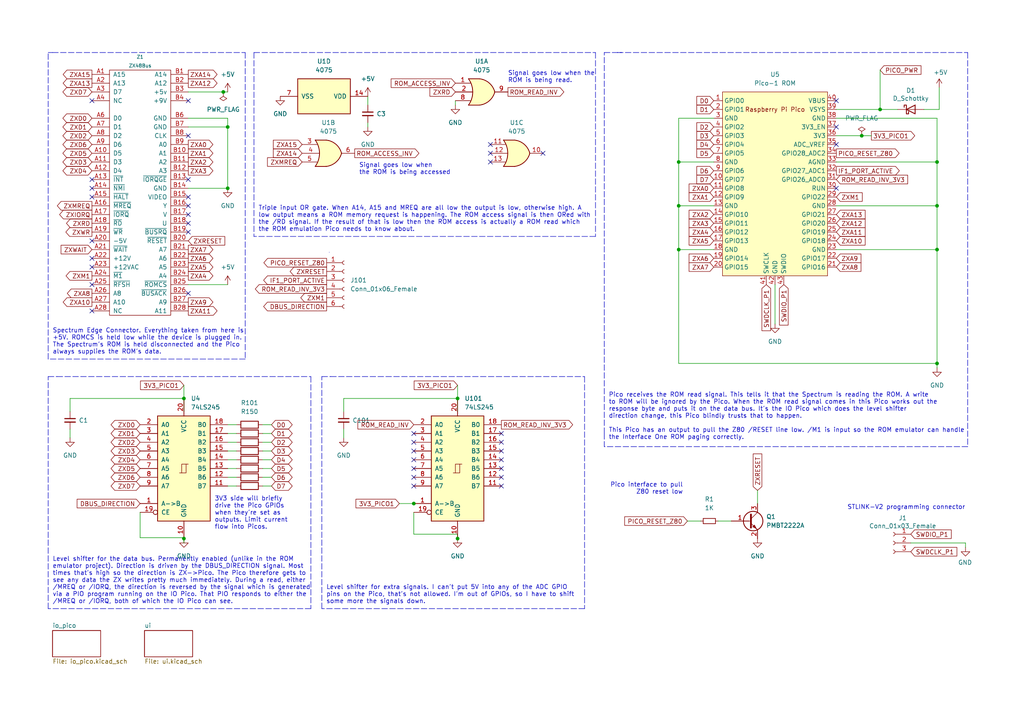
<source format=kicad_sch>
(kicad_sch (version 20211123) (generator eeschema)
  (paper "A4")
  (title_block (title "Pico Interface One") (date "2023-04-18") (rev "v1.4WIP"))
  (lib_symbols
    (symbol "2222 SMD:PMBT2222A" (pin_names (offset 0) hide)
      (property "Reference" "Q" (at 5.08 1.905 0))
      (property "Value" "PMBT2222A" (at 5.08 0 0))
      (symbol "PMBT2222A_0_1"
        (polyline (pts (xy 0 0) (xy 0.635 0)))
        (polyline (pts (xy 2.54 -2.54) (xy 0.635 -0.635)))
        (polyline (pts (xy 2.54 2.54) (xy 0.635 0.635)))
        (polyline (pts (xy 0.635 1.905) (xy 0.635 -1.905) (xy 0.635 -1.905)) (stroke (width 0.508)))
        (polyline (pts (xy 2.413 -2.413) (xy 1.905 -1.905) (xy 1.905 -1.905)))
        (polyline (pts (xy 1.143 -1.651) (xy 1.651 -1.143) (xy 2.159 -2.159) (xy 1.143 -1.651) (xy 1.143 -1.651)) (fill (type outline)))
        (circle (center 1.27 0) (radius 2.8194) (stroke (width 0.254)))
      )
      (symbol "PMBT2222A_1_1"
        (pin input line (at -5.08 0 0) (length 5.08) (name "B") (number "1"))
        (pin passive line (at 2.54 -5.08 90) (length 2.54) (name "E") (number "2"))
        (pin passive line (at 2.54 5.08 270) (length 2.54) (name "C") (number "3"))
      )
    )
    (symbol "4xxx:4075" (pin_names (offset 1.016))
      (property "Reference" "U" (at 0 1.27 0))
      (property "Value" "4075" (at 0 -1.27 0))
      (symbol "4075_1_1"
        (arc (start -3.81 -3.81) (mid -2.589 0) (end -3.81 3.81) (stroke (width 0.254)))
        (arc (start -0.6096 -3.81) (mid 2.1842 -2.5851) (end 3.81 0) (stroke (width 0.254)) (fill (type background)))
        (polyline (pts (xy -3.81 -3.81) (xy -0.635 -3.81)) (stroke (width 0.254)) (fill (type background)))
        (polyline (pts (xy -3.81 3.81) (xy -0.635 3.81)) (stroke (width 0.254)) (fill (type background)))
        (polyline (pts (xy -0.635 3.81) (xy -3.81 3.81) (xy -3.81 3.81) (xy -3.556 3.4036) (xy -3.0226 2.2606) (xy -2.6924 1.0414) (xy -2.6162 -0.254) (xy -2.7686 -1.4986) (xy -3.175 -2.7178) (xy -3.81 -3.81) (xy -3.81 -3.81) (xy -0.635 -3.81)) (stroke (width -25.4)) (fill (type background)))
        (arc (start 3.81 0) (mid 2.1915 2.5936) (end -0.6096 3.81) (stroke (width 0.254)) (fill (type background)))
        (pin input line (at -7.62 2.54 0) (length 4.318) (name "~") (number "1"))
        (pin input line (at -7.62 0 0) (length 4.953) (name "~") (number "2"))
        (pin input line (at -7.62 -2.54 0) (length 4.318) (name "~") (number "8"))
        (pin output line (at 7.62 0 180) (length 3.81) (name "~") (number "9"))
      )
      (symbol "4075_1_2"
        (arc (start 0 -3.81) (mid 3.81 0) (end 0 3.81) (stroke (width 0.254)) (fill (type background)))
        (polyline (pts (xy 0 3.81) (xy -3.81 3.81) (xy -3.81 -3.81) (xy 0 -3.81)) (stroke (width 0.254)) (fill (type background)))
        (pin input inverted (at -7.62 2.54 0) (length 3.81) (name "~") (number "1"))
        (pin input inverted (at -7.62 0 0) (length 3.81) (name "~") (number "2"))
        (pin input inverted (at -7.62 -2.54 0) (length 3.81) (name "~") (number "8"))
        (pin output inverted (at 7.62 0 180) (length 3.81) (name "~") (number "9"))
      )
      (symbol "4075_2_1"
        (arc (start -3.81 -3.81) (mid -2.589 0) (end -3.81 3.81) (stroke (width 0.254)))
        (arc (start -0.6096 -3.81) (mid 2.1842 -2.5851) (end 3.81 0) (stroke (width 0.254)) (fill (type background)))
        (polyline (pts (xy -3.81 -3.81) (xy -0.635 -3.81)) (stroke (width 0.254)) (fill (type background)))
        (polyline (pts (xy -3.81 3.81) (xy -0.635 3.81)) (stroke (width 0.254)) (fill (type background)))
        (polyline (pts (xy -0.635 3.81) (xy -3.81 3.81) (xy -3.81 3.81) (xy -3.556 3.4036) (xy -3.0226 2.2606) (xy -2.6924 1.0414) (xy -2.6162 -0.254) (xy -2.7686 -1.4986) (xy -3.175 -2.7178) (xy -3.81 -3.81) (xy -3.81 -3.81) (xy -0.635 -3.81)) (stroke (width -25.4)) (fill (type background)))
        (arc (start 3.81 0) (mid 2.1915 2.5936) (end -0.6096 3.81) (stroke (width 0.254)) (fill (type background)))
        (pin input line (at -7.62 2.54 0) (length 4.318) (name "~") (number "3"))
        (pin input line (at -7.62 0 0) (length 4.953) (name "~") (number "4"))
        (pin input line (at -7.62 -2.54 0) (length 4.318) (name "~") (number "5"))
        (pin output line (at 7.62 0 180) (length 3.81) (name "~") (number "6"))
      )
      (symbol "4075_2_2"
        (arc (start 0 -3.81) (mid 3.81 0) (end 0 3.81) (stroke (width 0.254)) (fill (type background)))
        (polyline (pts (xy 0 3.81) (xy -3.81 3.81) (xy -3.81 -3.81) (xy 0 -3.81)) (stroke (width 0.254)) (fill (type background)))
        (pin input inverted (at -7.62 2.54 0) (length 3.81) (name "~") (number "3"))
        (pin input inverted (at -7.62 0 0) (length 3.81) (name "~") (number "4"))
        (pin input inverted (at -7.62 -2.54 0) (length 3.81) (name "~") (number "5"))
        (pin output inverted (at 7.62 0 180) (length 3.81) (name "~") (number "6"))
      )
      (symbol "4075_3_1"
        (arc (start -3.81 -3.81) (mid -2.589 0) (end -3.81 3.81) (stroke (width 0.254)))
        (arc (start -0.6096 -3.81) (mid 2.1842 -2.5851) (end 3.81 0) (stroke (width 0.254)) (fill (type background)))
        (polyline (pts (xy -3.81 -3.81) (xy -0.635 -3.81)) (stroke (width 0.254)) (fill (type background)))
        (polyline (pts (xy -3.81 3.81) (xy -0.635 3.81)) (stroke (width 0.254)) (fill (type background)))
        (polyline (pts (xy -0.635 3.81) (xy -3.81 3.81) (xy -3.81 3.81) (xy -3.556 3.4036) (xy -3.0226 2.2606) (xy -2.6924 1.0414) (xy -2.6162 -0.254) (xy -2.7686 -1.4986) (xy -3.175 -2.7178) (xy -3.81 -3.81) (xy -3.81 -3.81) (xy -0.635 -3.81)) (stroke (width -25.4)) (fill (type background)))
        (arc (start 3.81 0) (mid 2.1915 2.5936) (end -0.6096 3.81) (stroke (width 0.254)) (fill (type background)))
        (pin output line (at 7.62 0 180) (length 3.81) (name "~") (number "10"))
        (pin input line (at -7.62 2.54 0) (length 4.318) (name "~") (number "11"))
        (pin input line (at -7.62 0 0) (length 4.953) (name "~") (number "12"))
        (pin input line (at -7.62 -2.54 0) (length 4.318) (name "~") (number "13"))
      )
      (symbol "4075_3_2"
        (arc (start 0 -3.81) (mid 3.81 0) (end 0 3.81) (stroke (width 0.254)) (fill (type background)))
        (polyline (pts (xy 0 3.81) (xy -3.81 3.81) (xy -3.81 -3.81) (xy 0 -3.81)) (stroke (width 0.254)) (fill (type background)))
        (pin output inverted (at 7.62 0 180) (length 3.81) (name "~") (number "10"))
        (pin input inverted (at -7.62 2.54 0) (length 3.81) (name "~") (number "11"))
        (pin input inverted (at -7.62 0 0) (length 3.81) (name "~") (number "12"))
        (pin input inverted (at -7.62 -2.54 0) (length 3.81) (name "~") (number "13"))
      )
      (symbol "4075_4_0"
        (pin power_in line (at 0 12.7 270) (length 5.08) (name "VDD") (number "14"))
        (pin power_in line (at 0 -12.7 90) (length 5.08) (name "VSS") (number "7"))
      )
      (symbol "4075_4_1"
        (rectangle (start -5.08 7.62) (end 5.08 -7.62) (stroke (width 0.254)) (fill (type background)))
      )
    )
    (symbol "74xx:74LS245" (pin_names (offset 1.016))
      (property "Reference" "U" (at -7.62 16.51 0))
      (property "Value" "74LS245" (at -7.62 -16.51 0))
      (symbol "74LS245_1_0"
        (polyline (pts (xy -0.635 -1.27) (xy -0.635 1.27) (xy 0.635 1.27)))
        (polyline (pts (xy -1.27 -1.27) (xy 0.635 -1.27) (xy 0.635 1.27) (xy 1.27 1.27)))
        (pin input line (at -12.7 -10.16 0) (length 5.08) (name "A->B") (number "1"))
        (pin power_in line (at 0 -20.32 90) (length 5.08) (name "GND") (number "10"))
        (pin tri_state line (at 12.7 -5.08 180) (length 5.08) (name "B7") (number "11"))
        (pin tri_state line (at 12.7 -2.54 180) (length 5.08) (name "B6") (number "12"))
        (pin tri_state line (at 12.7 0 180) (length 5.08) (name "B5") (number "13"))
        (pin tri_state line (at 12.7 2.54 180) (length 5.08) (name "B4") (number "14"))
        (pin tri_state line (at 12.7 5.08 180) (length 5.08) (name "B3") (number "15"))
        (pin tri_state line (at 12.7 7.62 180) (length 5.08) (name "B2") (number "16"))
        (pin tri_state line (at 12.7 10.16 180) (length 5.08) (name "B1") (number "17"))
        (pin tri_state line (at 12.7 12.7 180) (length 5.08) (name "B0") (number "18"))
        (pin input inverted (at -12.7 -12.7 0) (length 5.08) (name "CE") (number "19"))
        (pin tri_state line (at -12.7 12.7 0) (length 5.08) (name "A0") (number "2"))
        (pin power_in line (at 0 20.32 270) (length 5.08) (name "VCC") (number "20"))
        (pin tri_state line (at -12.7 10.16 0) (length 5.08) (name "A1") (number "3"))
        (pin tri_state line (at -12.7 7.62 0) (length 5.08) (name "A2") (number "4"))
        (pin tri_state line (at -12.7 5.08 0) (length 5.08) (name "A3") (number "5"))
        (pin tri_state line (at -12.7 2.54 0) (length 5.08) (name "A4") (number "6"))
        (pin tri_state line (at -12.7 0 0) (length 5.08) (name "A5") (number "7"))
        (pin tri_state line (at -12.7 -2.54 0) (length 5.08) (name "A6") (number "8"))
        (pin tri_state line (at -12.7 -5.08 0) (length 5.08) (name "A7") (number "9"))
      )
      (symbol "74LS245_1_1"
        (rectangle (start -7.62 15.24) (end 7.62 -15.24) (stroke (width 0.254)) (fill (type background)))
      )
    )
    (symbol "Connector:Conn_01x03_Female" (pin_names (offset 1.016) hide)
      (property "Reference" "J" (at 0 5.08 0))
      (property "Value" "Conn_01x03_Female" (at 0 -5.08 0))
      (symbol "Conn_01x03_Female_1_1"
        (arc (start 0 -2.032) (mid -0.508 -2.54) (end 0 -3.048) (stroke (width 0.1524)))
        (polyline (pts (xy -1.27 -2.54) (xy -0.508 -2.54)) (stroke (width 0.1524)))
        (polyline (pts (xy -1.27 0) (xy -0.508 0)) (stroke (width 0.1524)))
        (polyline (pts (xy -1.27 2.54) (xy -0.508 2.54)) (stroke (width 0.1524)))
        (arc (start 0 0.508) (mid -0.508 0) (end 0 -0.508) (stroke (width 0.1524)))
        (arc (start 0 3.048) (mid -0.508 2.54) (end 0 2.032) (stroke (width 0.1524)))
        (pin passive line (at -5.08 2.54 0) (length 3.81) (name "Pin_1") (number "1"))
        (pin passive line (at -5.08 0 0) (length 3.81) (name "Pin_2") (number "2"))
        (pin passive line (at -5.08 -2.54 0) (length 3.81) (name "Pin_3") (number "3"))
      )
    )
    (symbol "Connector:Conn_01x06_Female" (pin_names (offset 1.016) hide)
      (property "Reference" "J" (at 0 7.62 0))
      (property "Value" "Conn_01x06_Female" (at 0 -10.16 0))
      (symbol "Conn_01x06_Female_1_1"
        (arc (start 0 -7.112) (mid -0.508 -7.62) (end 0 -8.128) (stroke (width 0.1524)))
        (arc (start 0 -4.572) (mid -0.508 -5.08) (end 0 -5.588) (stroke (width 0.1524)))
        (arc (start 0 -2.032) (mid -0.508 -2.54) (end 0 -3.048) (stroke (width 0.1524)))
        (polyline (pts (xy -1.27 -7.62) (xy -0.508 -7.62)) (stroke (width 0.1524)))
        (polyline (pts (xy -1.27 -5.08) (xy -0.508 -5.08)) (stroke (width 0.1524)))
        (polyline (pts (xy -1.27 -2.54) (xy -0.508 -2.54)) (stroke (width 0.1524)))
        (polyline (pts (xy -1.27 0) (xy -0.508 0)) (stroke (width 0.1524)))
        (polyline (pts (xy -1.27 2.54) (xy -0.508 2.54)) (stroke (width 0.1524)))
        (polyline (pts (xy -1.27 5.08) (xy -0.508 5.08)) (stroke (width 0.1524)))
        (arc (start 0 0.508) (mid -0.508 0) (end 0 -0.508) (stroke (width 0.1524)))
        (arc (start 0 3.048) (mid -0.508 2.54) (end 0 2.032) (stroke (width 0.1524)))
        (arc (start 0 5.588) (mid -0.508 5.08) (end 0 4.572) (stroke (width 0.1524)))
        (pin passive line (at -5.08 5.08 0) (length 3.81) (name "Pin_1") (number "1"))
        (pin passive line (at -5.08 2.54 0) (length 3.81) (name "Pin_2") (number "2"))
        (pin passive line (at -5.08 0 0) (length 3.81) (name "Pin_3") (number "3"))
        (pin passive line (at -5.08 -2.54 0) (length 3.81) (name "Pin_4") (number "4"))
        (pin passive line (at -5.08 -5.08 0) (length 3.81) (name "Pin_5") (number "5"))
        (pin passive line (at -5.08 -7.62 0) (length 3.81) (name "Pin_6") (number "6"))
      )
    )
    (symbol "Device:C_Small" (pin_numbers hide) (pin_names (offset 0.254) hide)
      (property "Reference" "C" (at 0.254 1.778 0))
      (property "Value" "C_Small" (at 0.254 -2.032 0))
      (symbol "C_Small_0_1"
        (polyline (pts (xy -1.524 -0.508) (xy 1.524 -0.508)) (stroke (width 0.3302)))
        (polyline (pts (xy -1.524 0.508) (xy 1.524 0.508)) (stroke (width 0.3048)))
      )
      (symbol "C_Small_1_1"
        (pin passive line (at 0 2.54 270) (length 2.032) (name "~") (number "1"))
        (pin passive line (at 0 -2.54 90) (length 2.032) (name "~") (number "2"))
      )
    )
    (symbol "Device:D_Schottky" (pin_numbers hide) (pin_names (offset 1.016) hide)
      (property "Reference" "D" (at 0 2.54 0))
      (property "Value" "D_Schottky" (at 0 -2.54 0))
      (symbol "D_Schottky_0_1"
        (polyline (pts (xy 1.27 0) (xy -1.27 0)))
        (polyline (pts (xy 1.27 1.27) (xy 1.27 -1.27) (xy -1.27 0) (xy 1.27 1.27)) (stroke (width 0.254)))
        (polyline (pts (xy -1.905 0.635) (xy -1.905 1.27) (xy -1.27 1.27) (xy -1.27 -1.27) (xy -0.635 -1.27) (xy -0.635 -0.635)) (stroke (width 0.254)))
      )
      (symbol "D_Schottky_1_1"
        (pin passive line (at -3.81 0 0) (length 2.54) (name "K") (number "1"))
        (pin passive line (at 3.81 0 180) (length 2.54) (name "A") (number "2"))
      )
    )
    (symbol "Device:R" (pin_numbers hide) (pin_names (offset 0))
      (property "Reference" "R" (at 2.032 0 90))
      (property "Value" "R" (at 0 0 90))
      (symbol "R_0_1"
        (rectangle (start -1.016 -2.54) (end 1.016 2.54) (stroke (width 0.254)))
      )
      (symbol "R_1_1"
        (pin passive line (at 0 3.81 270) (length 1.27) (name "~") (number "1"))
        (pin passive line (at 0 -3.81 90) (length 1.27) (name "~") (number "2"))
      )
    )
    (symbol "Device:R_Small" (pin_numbers hide) (pin_names (offset 0.254) hide)
      (property "Reference" "R" (at 0.762 0.508 0))
      (property "Value" "R_Small" (at 0.762 -1.016 0))
      (symbol "R_Small_0_1"
        (rectangle (start -0.762 1.778) (end 0.762 -1.778) (stroke (width 0.2032)))
      )
      (symbol "R_Small_1_1"
        (pin passive line (at 0 2.54 270) (length 0.762) (name "~") (number "1"))
        (pin passive line (at 0 -2.54 90) (length 0.762) (name "~") (number "2"))
      )
    )
    (symbol "pico-sym:Pico"
      (property "Reference" "U" (at -13.97 27.94 0))
      (property "Value" "Pico" (at 0 19.05 0))
      (symbol "Pico_0_0"
        (text "Raspberry Pi Pico" (at 0 21.59 0) (effects (font (size 1.27 1.27))))
      )
      (symbol "Pico_0_1"
        (rectangle (start -15.24 26.67) (end 15.24 -26.67) (fill (type background)))
      )
      (symbol "Pico_1_1"
        (pin bidirectional line (at -17.78 24.13 0) (length 2.54) (name "GPIO0") (number "1"))
        (pin bidirectional line (at -17.78 1.27 0) (length 2.54) (name "GPIO7") (number "10"))
        (pin bidirectional line (at -17.78 -1.27 0) (length 2.54) (name "GPIO8") (number "11"))
        (pin bidirectional line (at -17.78 -3.81 0) (length 2.54) (name "GPIO9") (number "12"))
        (pin power_in line (at -17.78 -6.35 0) (length 2.54) (name "GND") (number "13"))
        (pin bidirectional line (at -17.78 -8.89 0) (length 2.54) (name "GPIO10") (number "14"))
        (pin bidirectional line (at -17.78 -11.43 0) (length 2.54) (name "GPIO11") (number "15"))
        (pin bidirectional line (at -17.78 -13.97 0) (length 2.54) (name "GPIO12") (number "16"))
        (pin bidirectional line (at -17.78 -16.51 0) (length 2.54) (name "GPIO13") (number "17"))
        (pin power_in line (at -17.78 -19.05 0) (length 2.54) (name "GND") (number "18"))
        (pin bidirectional line (at -17.78 -21.59 0) (length 2.54) (name "GPIO14") (number "19"))
        (pin bidirectional line (at -17.78 21.59 0) (length 2.54) (name "GPIO1") (number "2"))
        (pin bidirectional line (at -17.78 -24.13 0) (length 2.54) (name "GPIO15") (number "20"))
        (pin bidirectional line (at 17.78 -24.13 180) (length 2.54) (name "GPIO16") (number "21"))
        (pin bidirectional line (at 17.78 -21.59 180) (length 2.54) (name "GPIO17") (number "22"))
        (pin power_in line (at 17.78 -19.05 180) (length 2.54) (name "GND") (number "23"))
        (pin bidirectional line (at 17.78 -16.51 180) (length 2.54) (name "GPIO18") (number "24"))
        (pin bidirectional line (at 17.78 -13.97 180) (length 2.54) (name "GPIO19") (number "25"))
        (pin bidirectional line (at 17.78 -11.43 180) (length 2.54) (name "GPIO20") (number "26"))
        (pin bidirectional line (at 17.78 -8.89 180) (length 2.54) (name "GPIO21") (number "27"))
        (pin power_in line (at 17.78 -6.35 180) (length 2.54) (name "GND") (number "28"))
        (pin bidirectional line (at 17.78 -3.81 180) (length 2.54) (name "GPIO22") (number "29"))
        (pin power_in line (at -17.78 19.05 0) (length 2.54) (name "GND") (number "3"))
        (pin input line (at 17.78 -1.27 180) (length 2.54) (name "RUN") (number "30"))
        (pin bidirectional line (at 17.78 1.27 180) (length 2.54) (name "GPIO26_ADC0") (number "31"))
        (pin bidirectional line (at 17.78 3.81 180) (length 2.54) (name "GPIO27_ADC1") (number "32"))
        (pin power_in line (at 17.78 6.35 180) (length 2.54) (name "AGND") (number "33"))
        (pin bidirectional line (at 17.78 8.89 180) (length 2.54) (name "GPIO28_ADC2") (number "34"))
        (pin power_in line (at 17.78 11.43 180) (length 2.54) (name "ADC_VREF") (number "35"))
        (pin power_in line (at 17.78 13.97 180) (length 2.54) (name "3V3") (number "36"))
        (pin input line (at 17.78 16.51 180) (length 2.54) (name "3V3_EN") (number "37"))
        (pin bidirectional line (at 17.78 19.05 180) (length 2.54) (name "GND") (number "38"))
        (pin power_in line (at 17.78 21.59 180) (length 2.54) (name "VSYS") (number "39"))
        (pin bidirectional line (at -17.78 16.51 0) (length 2.54) (name "GPIO2") (number "4"))
        (pin power_in line (at 17.78 24.13 180) (length 2.54) (name "VBUS") (number "40"))
        (pin input line (at -2.54 -29.21 90) (length 2.54) (name "SWCLK") (number "41"))
        (pin power_in line (at 0 -29.21 90) (length 2.54) (name "GND") (number "42"))
        (pin bidirectional line (at 2.54 -29.21 90) (length 2.54) (name "SWDIO") (number "43"))
        (pin bidirectional line (at -17.78 13.97 0) (length 2.54) (name "GPIO3") (number "5"))
        (pin bidirectional line (at -17.78 11.43 0) (length 2.54) (name "GPIO4") (number "6"))
        (pin bidirectional line (at -17.78 8.89 0) (length 2.54) (name "GPIO5") (number "7"))
        (pin power_in line (at -17.78 6.35 0) (length 2.54) (name "GND") (number "8"))
        (pin bidirectional line (at -17.78 3.81 0) (length 2.54) (name "GPIO6") (number "9"))
      )
    )
    (symbol "power:+5V" (power) (pin_names (offset 0))
      (property "Value" "+5V" (at 0 3.556 0))
      (symbol "+5V_0_1"
        (polyline (pts (xy -0.762 1.27) (xy 0 2.54)))
        (polyline (pts (xy 0 0) (xy 0 2.54)))
        (polyline (pts (xy 0 2.54) (xy 0.762 1.27)))
      )
      (symbol "+5V_1_1"
        (pin power_in line (at 0 0 90) (length 0) hide (name "+5V") (number "1"))
      )
    )
    (symbol "power:GND" (power) (pin_names (offset 0))
      (property "Value" "GND" (at 0 -3.81 0))
      (symbol "GND_0_1"
        (polyline (pts (xy 0 0) (xy 0 -1.27) (xy 1.27 -1.27) (xy 0 -2.54) (xy -1.27 -1.27) (xy 0 -1.27)))
      )
      (symbol "GND_1_1"
        (pin power_in line (at 0 0 270) (length 0) hide (name "GND") (number "1"))
      )
    )
    (symbol "power:PWR_FLAG" (power) (pin_numbers hide) (pin_names (offset 0) hide)
      (property "Value" "PWR_FLAG" (at 0 3.81 0))
      (symbol "PWR_FLAG_0_0"
        (pin power_out line (at 0 0 90) (length 0) (name "pwr") (number "1"))
      )
      (symbol "PWR_FLAG_0_1"
        (polyline (pts (xy 0 0) (xy 0 1.27) (xy -1.016 1.905) (xy 0 2.54) (xy 1.016 1.905) (xy 0 1.27)))
      )
    )
    (symbol "zxbus:ZX48Bus" (pin_names (offset 1.016))
      (property "Reference" "Z1" (at 8.89 86.36 0))
      (property "Value" "ZX48Bus" (at 8.89 83.82 0))
      (symbol "ZX48Bus_0_0"
        (rectangle (start 0 82.55) (end 17.78 11.43))
      )
      (symbol "ZX48Bus_1_1"
        (pin bidirectional line (at -5.08 81.28 0) (length 5.08) (name "A15") (number "A1"))
        (pin input line (at -5.08 58.42 0) (length 5.08) (name "D5") (number "A10"))
        (pin input line (at -5.08 55.88 0) (length 5.08) (name "D3") (number "A11"))
        (pin input line (at -5.08 53.34 0) (length 5.08) (name "D4") (number "A12"))
        (pin input line (at -5.08 50.8 0) (length 5.08) (name "~{INT}") (number "A13"))
        (pin input line (at -5.08 48.26 0) (length 5.08) (name "~{NMI}") (number "A14"))
        (pin input line (at -5.08 45.72 0) (length 5.08) (name "~{HALT}") (number "A15"))
        (pin bidirectional line (at -5.08 43.18 0) (length 5.08) (name "~{MREQ}") (number "A16"))
        (pin bidirectional line (at -5.08 40.64 0) (length 5.08) (name "~{IORQ}") (number "A17"))
        (pin bidirectional line (at -5.08 38.1 0) (length 5.08) (name "~{RD}") (number "A18"))
        (pin bidirectional line (at -5.08 35.56 0) (length 5.08) (name "~{WR}") (number "A19"))
        (pin input line (at -5.08 78.74 0) (length 5.08) (name "A13") (number "A2"))
        (pin input line (at -5.08 33.02 0) (length 5.08) (name "-5V") (number "A20"))
        (pin input line (at -5.08 30.48 0) (length 5.08) (name "~{WAIT}") (number "A21"))
        (pin input line (at -5.08 27.94 0) (length 5.08) (name "+12V") (number "A22"))
        (pin input line (at -5.08 25.4 0) (length 5.08) (name "+12VAC") (number "A23"))
        (pin input line (at -5.08 22.86 0) (length 5.08) (name "~{M1}") (number "A24"))
        (pin input line (at -5.08 20.32 0) (length 5.08) (name "~{RFSH}") (number "A25"))
        (pin input line (at -5.08 17.78 0) (length 5.08) (name "A8") (number "A26"))
        (pin input line (at -5.08 15.24 0) (length 5.08) (name "A10") (number "A27"))
        (pin input line (at -5.08 12.7 0) (length 5.08) (name "NC") (number "A28"))
        (pin input line (at -5.08 76.2 0) (length 5.08) (name "D7") (number "A3"))
        (pin input line (at -5.08 73.66 0) (length 5.08) (name "NC") (number "A4"))
        (pin input line (at -5.08 68.58 0) (length 5.08) (name "D0") (number "A6"))
        (pin input line (at -5.08 66.04 0) (length 5.08) (name "D1") (number "A7"))
        (pin input line (at -5.08 63.5 0) (length 5.08) (name "D2") (number "A8"))
        (pin input line (at -5.08 60.96 0) (length 5.08) (name "D6") (number "A9"))
        (pin bidirectional line (at 22.86 81.28 180) (length 5.08) (name "A14") (number "B1"))
        (pin input line (at 22.86 58.42 180) (length 5.08) (name "A1") (number "B10"))
        (pin input line (at 22.86 55.88 180) (length 5.08) (name "A2") (number "B11"))
        (pin input line (at 22.86 53.34 180) (length 5.08) (name "A3") (number "B12"))
        (pin input line (at 22.86 50.8 180) (length 5.08) (name "~{IORQGE}") (number "B13"))
        (pin input line (at 22.86 48.26 180) (length 5.08) (name "GND") (number "B14"))
        (pin input line (at 22.86 45.72 180) (length 5.08) (name "VIDEO") (number "B15"))
        (pin input line (at 22.86 43.18 180) (length 5.08) (name "Y") (number "B16"))
        (pin input line (at 22.86 40.64 180) (length 5.08) (name "V") (number "B17"))
        (pin input line (at 22.86 38.1 180) (length 5.08) (name "U") (number "B18"))
        (pin input line (at 22.86 35.56 180) (length 5.08) (name "~{BUSRQ}") (number "B19"))
        (pin input line (at 22.86 78.74 180) (length 5.08) (name "A12") (number "B2"))
        (pin input line (at 22.86 33.02 180) (length 5.08) (name "~{RESET}") (number "B20"))
        (pin input line (at 22.86 30.48 180) (length 5.08) (name "A7") (number "B21"))
        (pin input line (at 22.86 27.94 180) (length 5.08) (name "A6") (number "B22"))
        (pin input line (at 22.86 25.4 180) (length 5.08) (name "A5") (number "B23"))
        (pin input line (at 22.86 22.86 180) (length 5.08) (name "A4") (number "B24"))
        (pin input line (at 22.86 20.32 180) (length 5.08) (name "~{ROMCS}") (number "B25"))
        (pin input line (at 22.86 17.78 180) (length 5.08) (name "~{BUSACK}") (number "B26"))
        (pin input line (at 22.86 15.24 180) (length 5.08) (name "A9") (number "B27"))
        (pin input line (at 22.86 12.7 180) (length 5.08) (name "A11") (number "B28"))
        (pin input line (at 22.86 76.2 180) (length 5.08) (name "+5v") (number "B3"))
        (pin input line (at 22.86 73.66 180) (length 5.08) (name "+9V") (number "B4"))
        (pin power_in line (at 22.86 68.58 180) (length 5.08) (name "GND") (number "B6"))
        (pin power_in line (at 22.86 66.04 180) (length 5.08) (name "GND") (number "B7"))
        (pin input line (at 22.86 63.5 180) (length 5.08) (name "CLK") (number "B8"))
        (pin input line (at 22.86 60.96 180) (length 5.08) (name "A0") (number "B9"))
      )
    )
  )
  (junction (at 132.715 115.57))
  (junction (at 196.85 72.39))
  (junction (at 249.936 39.37))
  (junction (at 53.34 115.57))
  (junction (at 196.85 59.69))
  (junction (at 66.04 54.61))
  (junction (at 271.78 105.41))
  (junction (at 255.27 31.75))
  (junction (at 271.78 72.39))
  (junction (at 53.34 156.21))
  (junction (at 64.77 26.67))
  (junction (at 271.78 46.99))
  (junction (at 271.78 59.69))
  (junction (at 196.85 46.99))
  (junction (at 120.015 146.05))
  (junction (at 66.04 36.83))
  (junction (at 132.715 156.21))
  (no_connect (at 120.015 125.73))
  (no_connect (at 54.61 62.23))
  (no_connect (at 54.61 29.21))
  (no_connect (at 120.015 140.97))
  (no_connect (at 142.24 44.45))
  (no_connect (at 54.61 67.31))
  (no_connect (at 120.015 128.27))
  (no_connect (at 26.67 29.21))
  (no_connect (at 120.015 135.89))
  (no_connect (at 54.61 85.09))
  (no_connect (at 120.015 133.35))
  (no_connect (at 26.67 57.15))
  (no_connect (at 54.61 59.69))
  (no_connect (at 54.61 57.15))
  (no_connect (at 120.015 130.81))
  (no_connect (at 242.57 36.83))
  (no_connect (at 142.24 46.99))
  (no_connect (at 26.67 69.85))
  (no_connect (at 145.415 140.97))
  (no_connect (at 54.61 52.07))
  (no_connect (at 145.415 135.89))
  (no_connect (at 26.67 74.93))
  (no_connect (at 54.61 39.37))
  (no_connect (at 26.67 52.07))
  (no_connect (at 145.415 138.43))
  (no_connect (at 142.24 41.91))
  (no_connect (at 120.015 138.43))
  (no_connect (at 54.61 64.77))
  (no_connect (at 157.48 44.45))
  (no_connect (at 26.67 82.55))
  (no_connect (at 242.57 54.61))
  (no_connect (at 145.415 133.35))
  (no_connect (at 26.67 54.61))
  (no_connect (at 145.415 130.81))
  (no_connect (at 145.415 128.27))
  (no_connect (at 26.67 77.47))
  (no_connect (at 26.67 90.17))
  (no_connect (at 242.57 41.91))
  (no_connect (at 145.415 125.73))
  (no_connect (at 242.57 29.21))
  (wire (pts (xy 53.34 156.21) (xy 53.34 157.48)))
  (wire (pts (xy 280.035 158.75) (xy 280.035 157.48)))
  (wire (pts (xy 78.74 128.27) (xy 76.2 128.27)))
  (wire (pts (xy 208.28 151.13) (xy 212.09 151.13)))
  (wire (pts (xy 68.58 140.97) (xy 66.04 140.97)))
  (polyline (pts (xy 13.97 104.14) (xy 13.97 15.24)))
  (wire (pts (xy 120.015 146.05) (xy 120.142 146.05)))
  (polyline (pts (xy 16.51 109.22) (xy 90.17 109.22)))
  (wire (pts (xy 249.936 39.37) (xy 252.73 39.37)))
  (wire (pts (xy 54.61 26.67) (xy 64.77 26.67)))
  (wire (pts (xy 255.27 20.32) (xy 255.27 31.75)))
  (wire (pts (xy 20.32 115.57) (xy 53.34 115.57)))
  (wire (pts (xy 271.78 59.69) (xy 271.78 72.39)))
  (polyline (pts (xy 13.97 176.53) (xy 13.97 109.22)))
  (wire (pts (xy 255.27 31.75) (xy 260.35 31.75)))
  (wire (pts (xy 271.78 46.99) (xy 271.78 59.69)))
  (polyline (pts (xy 175.26 125.73) (xy 175.26 129.54)))
  (polyline (pts (xy 71.12 15.24) (xy 71.12 104.14)))
  (polyline (pts (xy 175.26 125.73) (xy 175.26 15.24)))
  (wire (pts (xy 115.824 146.05) (xy 120.015 146.05)))
  (polyline (pts (xy 73.66 15.24) (xy 73.66 68.58)))
  (wire (pts (xy 53.34 115.57) (xy 53.34 119.38)))
  (wire (pts (xy 196.85 46.99) (xy 207.01 46.99)))
  (polyline (pts (xy 15.24 15.24) (xy 71.12 15.24)))
  (wire (pts (xy 106.68 35.56) (xy 106.68 36.83)))
  (polyline (pts (xy 90.17 176.53) (xy 13.97 176.53)))
  (wire (pts (xy 132.08 29.21) (xy 132.08 30.48)))
  (wire (pts (xy 20.32 115.57) (xy 20.32 119.38)))
  (wire (pts (xy 280.035 157.48) (xy 264.16 157.48)))
  (polyline (pts (xy 90.17 109.22) (xy 90.17 176.53)))
  (polyline (pts (xy 13.97 109.22) (xy 16.51 109.22)))
  (wire (pts (xy 99.695 115.57) (xy 132.715 115.57)))
  (wire (pts (xy 272.415 31.75) (xy 267.97 31.75)))
  (wire (pts (xy 78.74 130.81) (xy 76.2 130.81)))
  (wire (pts (xy 99.695 115.57) (xy 99.695 119.38)))
  (wire (pts (xy 54.61 36.83) (xy 66.04 36.83)))
  (polyline (pts (xy 172.72 68.58) (xy 73.66 68.58)))
  (polyline (pts (xy 172.72 15.24) (xy 172.72 68.58)))
  (polyline (pts (xy 13.97 15.24) (xy 15.24 15.24)))
  (wire (pts (xy 106.68 27.94) (xy 106.68 30.48)))
  (wire (pts (xy 196.85 72.39) (xy 196.85 105.41)))
  (wire (pts (xy 132.715 111.76) (xy 132.715 115.57)))
  (polyline (pts (xy 93.345 109.22) (xy 95.885 109.22)))
  (wire (pts (xy 78.74 133.35) (xy 76.2 133.35)))
  (wire (pts (xy 271.78 106.68) (xy 271.78 105.41)))
  (wire (pts (xy 196.85 72.39) (xy 207.01 72.39)))
  (polyline (pts (xy 95.504 73.152) (xy 95.504 73.152)))
  (wire (pts (xy 68.58 135.89) (xy 66.04 135.89)))
  (wire (pts (xy 68.58 123.19) (xy 66.04 123.19)))
  (polyline (pts (xy 169.545 176.53) (xy 93.345 176.53)))
  (wire (pts (xy 196.85 34.29) (xy 196.85 46.99)))
  (polyline (pts (xy 280.67 129.54) (xy 175.26 129.54)))
  (wire (pts (xy 272.415 25.4) (xy 272.415 31.75)))
  (wire (pts (xy 224.79 82.55) (xy 224.79 93.98)))
  (wire (pts (xy 242.57 59.69) (xy 271.78 59.69)))
  (polyline (pts (xy 280.67 15.24) (xy 280.67 129.54)))
  (wire (pts (xy 40.64 148.59) (xy 40.64 155.956)))
  (wire (pts (xy 66.04 34.29) (xy 66.04 36.83)))
  (wire (pts (xy 54.61 34.29) (xy 66.04 34.29)))
  (wire (pts (xy 53.34 111.76) (xy 53.34 115.57)))
  (polyline (pts (xy 95.885 109.22) (xy 169.545 109.22)))
  (wire (pts (xy 132.715 115.57) (xy 132.715 119.38)))
  (wire (pts (xy 207.01 34.29) (xy 196.85 34.29)))
  (polyline (pts (xy 73.66 15.24) (xy 172.72 15.24)))
  (wire (pts (xy 242.57 46.99) (xy 271.78 46.99)))
  (polyline (pts (xy 169.545 109.22) (xy 169.545 176.53)))
  (polyline (pts (xy 71.12 104.14) (xy 13.97 104.14)))
  (wire (pts (xy 78.74 140.97) (xy 76.2 140.97)))
  (wire (pts (xy 78.74 125.73) (xy 76.2 125.73)))
  (wire (pts (xy 68.58 130.81) (xy 66.04 130.81)))
  (wire (pts (xy 219.71 142.24) (xy 219.71 146.05)))
  (wire (pts (xy 20.32 124.46) (xy 20.32 127)))
  (wire (pts (xy 242.57 31.75) (xy 255.27 31.75)))
  (wire (pts (xy 242.57 72.39) (xy 271.78 72.39)))
  (wire (pts (xy 68.58 138.43) (xy 66.04 138.43)))
  (wire (pts (xy 196.85 59.69) (xy 207.01 59.69)))
  (wire (pts (xy 54.61 82.55) (xy 66.04 82.55)))
  (wire (pts (xy 78.74 135.89) (xy 76.2 135.89)))
  (polyline (pts (xy 175.26 15.24) (xy 180.34 15.24)))
  (wire (pts (xy 242.57 34.29) (xy 271.78 34.29)))
  (wire (pts (xy 66.04 36.83) (xy 66.04 54.61)))
  (wire (pts (xy 68.58 133.35) (xy 66.04 133.35)))
  (wire (pts (xy 78.74 123.19) (xy 76.2 123.19)))
  (wire (pts (xy 68.58 128.27) (xy 66.04 128.27)))
  (wire (pts (xy 68.58 125.73) (xy 66.04 125.73)))
  (polyline (pts (xy 93.345 176.53) (xy 93.345 109.22)))
  (wire (pts (xy 40.64 155.956) (xy 53.34 155.956)))
  (wire (pts (xy 120.015 148.59) (xy 120.015 154.94)))
  (wire (pts (xy 271.78 34.29) (xy 271.78 46.99)))
  (wire (pts (xy 99.695 124.46) (xy 99.695 127)))
  (wire (pts (xy 132.715 154.94) (xy 132.715 156.21)))
  (polyline (pts (xy 179.07 15.24) (xy 280.67 15.24)))
  (wire (pts (xy 53.34 155.956) (xy 53.34 156.21)))
  (wire (pts (xy 196.85 59.69) (xy 196.85 72.39)))
  (wire (pts (xy 242.57 39.37) (xy 249.936 39.37)))
  (wire (pts (xy 64.77 26.67) (xy 66.04 26.67)))
  (wire (pts (xy 199.39 151.13) (xy 203.2 151.13)))
  (wire (pts (xy 196.85 105.41) (xy 271.78 105.41)))
  (wire (pts (xy 271.78 72.39) (xy 271.78 105.41)))
  (wire (pts (xy 196.85 46.99) (xy 196.85 59.69)))
  (wire (pts (xy 54.61 54.61) (xy 66.04 54.61)))
  (wire (pts (xy 78.74 138.43) (xy 76.2 138.43)))
  (wire (pts (xy 120.015 154.94) (xy 132.715 154.94)))
  (text "Pico receives the ROM read signal. This tells it that the Spectrum is reading the ROM. A write\nto ROM will be ignored by the Pico. When the ROM read signal comes in this Pico works out the\nresponse byte and puts it on the data bus. It's the IO Pico which does the level shifter\ndirection change, this Pico blindly trusts that to happen.\n\nThis Pico has an output to pull the Z80 /RESET line low. /M1 is input so the ROM emulator can handle\nthe Interface One ROM paging correctly." (at 176.53 127.635 0) (effects (font (size 1.27 1.27)) (justify left bottom)))
  (text "Level shifter for the data bus. Permanently enabled (unlike in the ROM\nemulator project). Direction is driven by the DBUS_DIRECTION signal. Most\ntimes that's high so the direction is ZX->Pico. The Pico therefore gets to\nsee any data the ZX writes pretty much immediately. During a read, either\n/MREQ or /IORQ, the direction is reversed by the signal which is generated\nvia a PIO program running on the IO Pico. That PIO responds to either the\n/MREQ or /IORQ, both of which the IO Pico can see." (at 15.24 175.26 0) (effects (font (size 1.27 1.27)) (justify left bottom)))
  (text "Triple input OR gate. When A14, A15 and MREQ are all low the output is low, otherwise high. A\nlow output means a ROM memory request is happening. The ROM access signal is then ORed with\nthe /RD signal. If the result of that is low then the ROM access is actually a ROM read which\nthe ROM emulation Pico needs to know about." (at 74.93 67.31 0) (effects (font (size 1.27 1.27)) (justify left bottom)))
  (text "Pico interface to pull\nZ80 reset low" (at 198.12 143.51 180) (effects (font (size 1.27 1.27)) (justify right bottom)))
  (text "Signal goes low when the\nROM is being read." (at 147.32 24.13 0) (effects (font (size 1.27 1.27)) (justify left bottom)))
  (text "Level shifter for extra signals. I can't put 5V into any of the ADC GPIO\npins on the Pico, that's not allowed. I'm out of GPIOs, so I have to shift\nsome more the signals down." (at 94.615 175.26 0) (effects (font (size 1.27 1.27)) (justify left bottom)))
  (text "Spectrum Edge Connector. Everything taken from here is\n+5V. ROMCS is held low while the device is plugged in.\nThe Spectrum's ROM is held disconnected and the Pico\nalways supplies the ROM's data." (at 15.24 102.87 0) (effects (font (size 1.27 1.27)) (justify left bottom)))
  (text "3V3 side will briefly\ndrive the Pico GPIOs\nwhen they're set as\noutputs. Limit current\nflow into Picos." (at 62.23 153.67 0) (effects (font (size 1.27 1.27)) (justify left bottom)))
  (text "Signal goes low when\nthe ROM is being accessed" (at 104.14 50.8 0) (effects (font (size 1.27 1.27)) (justify left bottom)))
  (text "STLINK-V2 programming connector" (at 245.745 147.955 0) (effects (font (size 1.27 1.27)) (justify left bottom)))
  (global_label "ZXD1" (shape bidirectional) (at 26.67 36.83 180) (property "Intersheet References" "${INTERSHEET_REFS}" (effects hide)))
  (global_label "D4" (shape input) (at 207.01 41.91 180) (property "Intersheet References" "${INTERSHEET_REFS}" (effects hide)))
  (global_label "ZXD5" (shape bidirectional) (at 26.67 44.45 180) (property "Intersheet References" "${INTERSHEET_REFS}" (effects hide)))
  (global_label "D3" (shape input) (at 207.01 39.37 180) (property "Intersheet References" "${INTERSHEET_REFS}" (effects hide)))
  (global_label "ZXA6" (shape output) (at 54.61 74.93 0) (property "Intersheet References" "${INTERSHEET_REFS}" (effects hide)))
  (global_label "ZXA1" (shape output) (at 54.61 44.45 0) (property "Intersheet References" "${INTERSHEET_REFS}" (effects hide)))
  (global_label "ROM_READ_INV_3V3" (shape input) (at 242.57 52.07 0) (property "Intersheet References" "${INTERSHEET_REFS}" (effects hide)))
  (global_label "ZXRESET" (shape input) (at 219.71 142.24 90) (property "Intersheet References" "${INTERSHEET_REFS}" (effects hide)))
  (global_label "D2" (shape bidirectional) (at 78.74 128.27 0) (property "Intersheet References" "${INTERSHEET_REFS}" (effects hide)))
  (global_label "PICO_RESET_Z80" (shape output) (at 242.57 44.45 0) (property "Intersheet References" "${INTERSHEET_REFS}" (effects hide)))
  (global_label "ZXA1" (shape input) (at 207.01 57.15 180) (property "Intersheet References" "${INTERSHEET_REFS}" (effects hide)))
  (global_label "PICO_RESET_Z80" (shape output) (at 94.742 76.2 180) (property "Intersheet References" "${INTERSHEET_REFS}" (effects hide)))
  (global_label "ZXA15" (shape output) (at 26.67 21.59 180) (property "Intersheet References" "${INTERSHEET_REFS}" (effects hide)))
  (global_label "SWDCLK_P1" (shape input) (at 222.25 82.55 270) (property "Intersheet References" "${INTERSHEET_REFS}" (effects hide)))
  (global_label "D6" (shape bidirectional) (at 78.74 138.43 0) (property "Intersheet References" "${INTERSHEET_REFS}" (effects hide)))
  (global_label "ZXRD" (shape input) (at 132.08 26.67 180) (property "Intersheet References" "${INTERSHEET_REFS}" (effects hide)))
  (global_label "ZXA14" (shape input) (at 87.63 44.45 180) (property "Intersheet References" "${INTERSHEET_REFS}" (effects hide)))
  (global_label "ZXRESET" (shape output) (at 94.742 78.74 180) (property "Intersheet References" "${INTERSHEET_REFS}" (effects hide)))
  (global_label "ZXD6" (shape bidirectional) (at 26.67 41.91 180) (property "Intersheet References" "${INTERSHEET_REFS}" (effects hide)))
  (global_label "ROM_ACCESS_INV" (shape output) (at 102.87 44.45 0) (property "Intersheet References" "${INTERSHEET_REFS}" (effects hide)))
  (global_label "ZXD5" (shape bidirectional) (at 40.64 135.89 180) (property "Intersheet References" "${INTERSHEET_REFS}" (effects hide)))
  (global_label "ZXA11" (shape output) (at 54.61 90.17 0) (property "Intersheet References" "${INTERSHEET_REFS}" (effects hide)))
  (global_label "DBUS_DIRECTION" (shape input) (at 40.64 146.05 180) (property "Intersheet References" "${INTERSHEET_REFS}" (effects hide)))
  (global_label "ZXA7" (shape output) (at 54.61 72.39 0) (property "Intersheet References" "${INTERSHEET_REFS}" (effects hide)))
  (global_label "ZXD2" (shape bidirectional) (at 40.64 128.27 180) (property "Intersheet References" "${INTERSHEET_REFS}" (effects hide)))
  (global_label "3V3_PICO1" (shape output) (at 252.73 39.37 0) (property "Intersheet References" "${INTERSHEET_REFS}" (effects hide)))
  (global_label "D6" (shape input) (at 207.01 49.53 180) (property "Intersheet References" "${INTERSHEET_REFS}" (effects hide)))
  (global_label "ZXRESET" (shape input) (at 54.61 69.85 0) (property "Intersheet References" "${INTERSHEET_REFS}" (effects hide)))
  (global_label "ZXA5" (shape input) (at 207.01 69.85 180) (property "Intersheet References" "${INTERSHEET_REFS}" (effects hide)))
  (global_label "PICO_PWR" (shape input) (at 255.27 20.32 0) (property "Intersheet References" "${INTERSHEET_REFS}" (effects hide)))
  (global_label "ZXD6" (shape bidirectional) (at 40.64 138.43 180) (property "Intersheet References" "${INTERSHEET_REFS}" (effects hide)))
  (global_label "ZXA5" (shape output) (at 54.61 77.47 0) (property "Intersheet References" "${INTERSHEET_REFS}" (effects hide)))
  (global_label "ZXA15" (shape input) (at 87.63 41.91 180) (property "Intersheet References" "${INTERSHEET_REFS}" (effects hide)))
  (global_label "ZXA12" (shape output) (at 54.61 24.13 0) (property "Intersheet References" "${INTERSHEET_REFS}" (effects hide)))
  (global_label "ZXA2" (shape output) (at 54.61 46.99 0) (property "Intersheet References" "${INTERSHEET_REFS}" (effects hide)))
  (global_label "D0" (shape bidirectional) (at 78.74 123.19 0) (property "Intersheet References" "${INTERSHEET_REFS}" (effects hide)))
  (global_label "ZXM1" (shape output) (at 26.67 80.01 180) (property "Intersheet References" "${INTERSHEET_REFS}" (effects hide)))
  (global_label "ZXA14" (shape output) (at 54.61 21.59 0) (property "Intersheet References" "${INTERSHEET_REFS}" (effects hide)))
  (global_label "ZXA0" (shape output) (at 54.61 41.91 0) (property "Intersheet References" "${INTERSHEET_REFS}" (effects hide)))
  (global_label "ZXA13" (shape input) (at 242.57 62.23 0) (property "Intersheet References" "${INTERSHEET_REFS}" (effects hide)))
  (global_label "ZXA6" (shape input) (at 207.01 74.93 180) (property "Intersheet References" "${INTERSHEET_REFS}" (effects hide)))
  (global_label "ZXA4" (shape input) (at 207.01 67.31 180) (property "Intersheet References" "${INTERSHEET_REFS}" (effects hide)))
  (global_label "D5" (shape input) (at 207.01 44.45 180) (property "Intersheet References" "${INTERSHEET_REFS}" (effects hide)))
  (global_label "D1" (shape bidirectional) (at 78.74 125.73 0) (property "Intersheet References" "${INTERSHEET_REFS}" (effects hide)))
  (global_label "ZXWR" (shape output) (at 26.67 67.31 180) (property "Intersheet References" "${INTERSHEET_REFS}" (effects hide)))
  (global_label "D4" (shape bidirectional) (at 78.74 133.35 0) (property "Intersheet References" "${INTERSHEET_REFS}" (effects hide)))
  (global_label "D2" (shape input) (at 207.01 36.83 180) (property "Intersheet References" "${INTERSHEET_REFS}" (effects hide)))
  (global_label "D7" (shape bidirectional) (at 78.74 140.97 0) (property "Intersheet References" "${INTERSHEET_REFS}" (effects hide)))
  (global_label "ZXA13" (shape output) (at 26.67 24.13 180) (property "Intersheet References" "${INTERSHEET_REFS}" (effects hide)))
  (global_label "ROM_READ_INV_3V3" (shape output) (at 94.742 83.82 180) (property "Intersheet References" "${INTERSHEET_REFS}" (effects hide)))
  (global_label "ZXA11" (shape input) (at 242.57 67.31 0) (property "Intersheet References" "${INTERSHEET_REFS}" (effects hide)))
  (global_label "ZXMREQ" (shape output) (at 26.67 59.69 180) (property "Intersheet References" "${INTERSHEET_REFS}" (effects hide)))
  (global_label "SWDIO_P1" (shape input) (at 227.33 82.55 270) (property "Intersheet References" "${INTERSHEET_REFS}" (effects hide)))
  (global_label "ZXD3" (shape bidirectional) (at 40.64 130.81 180) (property "Intersheet References" "${INTERSHEET_REFS}" (effects hide)))
  (global_label "ZXA4" (shape output) (at 54.61 80.01 0) (property "Intersheet References" "${INTERSHEET_REFS}" (effects hide)))
  (global_label "ZXD7" (shape bidirectional) (at 26.67 26.67 180) (property "Intersheet References" "${INTERSHEET_REFS}" (effects hide)))
  (global_label "SWDIO_P1" (shape input) (at 264.16 154.94 0) (property "Intersheet References" "${INTERSHEET_REFS}" (effects hide)))
  (global_label "ZXD7" (shape bidirectional) (at 40.64 140.97 180) (property "Intersheet References" "${INTERSHEET_REFS}" (effects hide)))
  (global_label "ZXA3" (shape output) (at 54.61 49.53 0) (property "Intersheet References" "${INTERSHEET_REFS}" (effects hide)))
  (global_label "D7" (shape input) (at 207.01 52.07 180) (property "Intersheet References" "${INTERSHEET_REFS}" (effects hide)))
  (global_label "IF1_PORT_ACTIVE" (shape output) (at 242.57 49.53 0) (property "Intersheet References" "${INTERSHEET_REFS}" (effects hide)))
  (global_label "ROM_READ_INV" (shape output) (at 147.32 26.67 0) (property "Intersheet References" "${INTERSHEET_REFS}" (effects hide)))
  (global_label "ZXWAIT" (shape input) (at 26.67 72.39 180) (property "Intersheet References" "${INTERSHEET_REFS}" (effects hide)))
  (global_label "ZXA9" (shape input) (at 242.57 74.93 0) (property "Intersheet References" "${INTERSHEET_REFS}" (effects hide)))
  (global_label "D0" (shape input) (at 207.01 29.21 180) (property "Intersheet References" "${INTERSHEET_REFS}" (effects hide)))
  (global_label "ZXD0" (shape bidirectional) (at 26.67 34.29 180) (property "Intersheet References" "${INTERSHEET_REFS}" (effects hide)))
  (global_label "ZXA8" (shape output) (at 26.67 85.09 180) (property "Intersheet References" "${INTERSHEET_REFS}" (effects hide)))
  (global_label "ZXD3" (shape bidirectional) (at 26.67 46.99 180) (property "Intersheet References" "${INTERSHEET_REFS}" (effects hide)))
  (global_label "ROM_READ_INV_3V3" (shape output) (at 145.415 123.19 0) (property "Intersheet References" "${INTERSHEET_REFS}" (effects hide)))
  (global_label "3V3_PICO1" (shape input) (at 115.824 146.05 180) (property "Intersheet References" "${INTERSHEET_REFS}" (effects hide)))
  (global_label "DBUS_DIRECTION" (shape output) (at 94.742 88.9 180) (property "Intersheet References" "${INTERSHEET_REFS}" (effects hide)))
  (global_label "ROM_READ_INV" (shape input) (at 120.015 123.19 180) (property "Intersheet References" "${INTERSHEET_REFS}" (effects hide)))
  (global_label "D5" (shape bidirectional) (at 78.74 135.89 0) (property "Intersheet References" "${INTERSHEET_REFS}" (effects hide)))
  (global_label "3V3_PICO1" (shape input) (at 53.34 111.76 180) (property "Intersheet References" "${INTERSHEET_REFS}" (effects hide)))
  (global_label "ZXA0" (shape input) (at 207.01 54.61 180) (property "Intersheet References" "${INTERSHEET_REFS}" (effects hide)))
  (global_label "ZXA2" (shape input) (at 207.01 62.23 180) (property "Intersheet References" "${INTERSHEET_REFS}" (effects hide)))
  (global_label "ROM_ACCESS_INV" (shape input) (at 132.08 24.13 180) (property "Intersheet References" "${INTERSHEET_REFS}" (effects hide)))
  (global_label "D1" (shape input) (at 207.01 31.75 180) (property "Intersheet References" "${INTERSHEET_REFS}" (effects hide)))
  (global_label "D3" (shape bidirectional) (at 78.74 130.81 0) (property "Intersheet References" "${INTERSHEET_REFS}" (effects hide)))
  (global_label "ZXM1" (shape output) (at 94.742 86.36 180) (property "Intersheet References" "${INTERSHEET_REFS}" (effects hide)))
  (global_label "ZXA12" (shape input) (at 242.57 64.77 0) (property "Intersheet References" "${INTERSHEET_REFS}" (effects hide)))
  (global_label "ZXIORQ" (shape output) (at 26.67 62.23 180) (property "Intersheet References" "${INTERSHEET_REFS}" (effects hide)))
  (global_label "ZXD4" (shape bidirectional) (at 26.67 49.53 180) (property "Intersheet References" "${INTERSHEET_REFS}" (effects hide)))
  (global_label "ZXA7" (shape input) (at 207.01 77.47 180) (property "Intersheet References" "${INTERSHEET_REFS}" (effects hide)))
  (global_label "ZXA8" (shape input) (at 242.57 77.47 0) (property "Intersheet References" "${INTERSHEET_REFS}" (effects hide)))
  (global_label "ZXA10" (shape output) (at 26.67 87.63 180) (property "Intersheet References" "${INTERSHEET_REFS}" (effects hide)))
  (global_label "SWDCLK_P1" (shape input) (at 264.16 160.02 0) (property "Intersheet References" "${INTERSHEET_REFS}" (effects hide)))
  (global_label "ZXRD" (shape output) (at 26.67 64.77 180) (property "Intersheet References" "${INTERSHEET_REFS}" (effects hide)))
  (global_label "ZXM1" (shape input) (at 242.57 57.15 0) (property "Intersheet References" "${INTERSHEET_REFS}" (effects hide)))
  (global_label "ZXD1" (shape bidirectional) (at 40.64 125.73 180) (property "Intersheet References" "${INTERSHEET_REFS}" (effects hide)))
  (global_label "ZXA10" (shape input) (at 242.57 69.85 0) (property "Intersheet References" "${INTERSHEET_REFS}" (effects hide)))
  (global_label "ZXMREQ" (shape input) (at 87.63 46.99 180) (property "Intersheet References" "${INTERSHEET_REFS}" (effects hide)))
  (global_label "3V3_PICO1" (shape input) (at 132.715 111.76 180) (property "Intersheet References" "${INTERSHEET_REFS}" (effects hide)))
  (global_label "PICO_RESET_Z80" (shape input) (at 199.39 151.13 180) (property "Intersheet References" "${INTERSHEET_REFS}" (effects hide)))
  (global_label "IF1_PORT_ACTIVE" (shape output) (at 94.742 81.28 180) (property "Intersheet References" "${INTERSHEET_REFS}" (effects hide)))
  (global_label "ZXD0" (shape bidirectional) (at 40.64 123.19 180) (property "Intersheet References" "${INTERSHEET_REFS}" (effects hide)))
  (global_label "ZXA3" (shape input) (at 207.01 64.77 180) (property "Intersheet References" "${INTERSHEET_REFS}" (effects hide)))
  (global_label "ZXA9" (shape output) (at 54.61 87.63 0) (property "Intersheet References" "${INTERSHEET_REFS}" (effects hide)))
  (global_label "ZXD4" (shape bidirectional) (at 40.64 133.35 180) (property "Intersheet References" "${INTERSHEET_REFS}" (effects hide)))
  (global_label "ZXD2" (shape bidirectional) (at 26.67 39.37 180) (property "Intersheet References" "${INTERSHEET_REFS}" (effects hide)))
  (symbol (lib_id "power:PWR_FLAG") (at 249.936 39.37 0) (unit 1)
    (property "Reference" "#FLG0102" (effects hide))
    (property "Value" "PWR_FLAG" (at 249.936 34.29 0))
  )
  (symbol (lib_id "power:+5V") (at 272.415 25.4 0) (unit 1)
    (property "Reference" "#PWR015" (effects hide))
    (property "Value" "+5V" (at 272.796 21.0058 0))
  )
  (symbol (lib_id "74xx:74LS245") (at 53.34 135.89 0) (unit 1)
    (property "Reference" "U4" (at 55.3594 115.57 0) (effects (justify left)))
    (property "Value" "74LS245" (at 55.3594 118.11 0) (effects (justify left)))
    (property "Footprint" "Package_SO:SO-20_5.3x12.6mm_P1.27mm" (effects hide))
    (property "Datasheet" "http://www.ti.com/lit/gpn/sn74LS245" (effects hide))
  )
  (symbol (lib_id "Device:R") (at 72.39 133.35 90) (unit 1)
    (property "Reference" "R105" (effects hide))
    (property "Value" "R150" (effects hide))
    (property "Footprint" "Resistor_SMD:R_1206_3216Metric_Pad1.30x1.75mm_HandSolder" (effects hide))
  )
  (symbol (lib_id "4xxx:4075") (at 93.98 27.94 270) (mirror x) (unit 4)
    (property "Reference" "U1" (at 93.98 17.78 90))
    (property "Value" "4075" (at 93.98 20.32 90))
    (property "Footprint" "Package_SO:SOIC-14_3.9x8.7mm_P1.27mm" (effects hide))
    (property "Datasheet" "http://www.intersil.com/content/dam/Intersil/documents/cd40/cd4071bms-72bms-75bms.pdf" (effects hide))
  )
  (symbol (lib_id "power:GND") (at 66.04 54.61 0) (unit 1)
    (property "Reference" "#PWR04" (effects hide))
    (property "Value" "GND" (at 66.04 59.69 0))
  )
  (symbol (lib_id "power:+5V") (at 66.04 26.67 0) (unit 1)
    (property "Reference" "#PWR03" (effects hide))
    (property "Value" "+5V" (at 66.04 21.59 0))
  )
  (symbol (lib_id "4xxx:4075") (at 139.7 26.67 0) (unit 1)
    (property "Reference" "U1" (at 139.7 17.78 0))
    (property "Value" "4075" (at 139.7 20.32 0))
    (property "Footprint" "Package_SO:SOIC-14_3.9x8.7mm_P1.27mm" (effects hide))
    (property "Datasheet" "http://www.intersil.com/content/dam/Intersil/documents/cd40/cd4071bms-72bms-75bms.pdf" (effects hide))
  )
  (symbol (lib_id "Device:C_Small") (at 106.68 33.02 0) (unit 1)
    (property "Reference" "C3" (at 109.22 33.0262 0) (effects (justify left)))
    (property "Value" "C_Small" (effects hide))
    (property "Footprint" "Capacitor_SMD:C_1206_3216Metric" (effects hide))
  )
  (symbol (lib_id "4xxx:4075") (at 149.86 44.45 0) (unit 3)
    (property "Reference" "U1" (at 149.86 35.56 0))
    (property "Value" "4075" (at 149.86 38.1 0))
    (property "Footprint" "Package_SO:SOIC-14_3.9x8.7mm_P1.27mm" (effects hide))
    (property "Datasheet" "http://www.intersil.com/content/dam/Intersil/documents/cd40/cd4071bms-72bms-75bms.pdf" (effects hide))
  )
  (symbol (lib_id "power:GND") (at 132.08 30.48 0) (unit 1)
    (property "Reference" "#PWR016" (effects hide))
    (property "Value" "GND" (at 132.08 35.56 0))
  )
  (symbol (lib_id "Device:R") (at 72.39 140.97 90) (unit 1)
    (property "Reference" "R108" (effects hide))
    (property "Value" "R150" (effects hide))
    (property "Footprint" "Resistor_SMD:R_1206_3216Metric_Pad1.30x1.75mm_HandSolder" (effects hide))
  )
  (symbol (lib_id "power:+5V") (at 106.68 27.94 0) (unit 1)
    (property "Reference" "#PWR02" (effects hide))
    (property "Value" "+5V" (at 106.68 22.86 0))
  )
  (symbol (lib_id "power:GND") (at 20.32 127 0) (unit 1)
    (property "Reference" "#PWR0102" (effects hide))
    (property "Value" "GND" (at 20.32 132.08 0))
  )
  (symbol (lib_id "power:GND") (at 132.715 156.21 0) (unit 1)
    (property "Reference" "#PWR0104" (effects hide))
    (property "Value" "GND" (at 132.715 161.29 0))
  )
  (symbol (lib_id "Device:R") (at 72.39 138.43 90) (unit 1)
    (property "Reference" "R107" (effects hide))
    (property "Value" "R150" (effects hide))
    (property "Footprint" "Resistor_SMD:R_1206_3216Metric_Pad1.30x1.75mm_HandSolder" (effects hide))
  )
  (symbol (lib_id "Device:R") (at 72.39 130.81 90) (unit 1)
    (property "Reference" "R104" (effects hide))
    (property "Value" "R150" (effects hide))
    (property "Footprint" "Resistor_SMD:R_1206_3216Metric_Pad1.30x1.75mm_HandSolder" (effects hide))
  )
  (symbol (lib_id "power:GND") (at 53.34 156.21 0) (unit 1)
    (property "Reference" "#PWR0108" (effects hide))
    (property "Value" "GND" (at 53.34 161.29 0))
  )
  (symbol (lib_id "zxbus:ZX48Bus") (at 31.75 102.87 0) (unit 1)
    (property "Reference" "Z1" (at 40.64 16.51 0) (effects (font (size 0.9906 0.9906))))
    (property "Value" "ZX48Bus" (at 40.64 19.05 0) (effects (font (size 0.9906 0.9906))))
    (property "Footprint" "zxbus:ZX_Bus_Pin_Header" (effects hide))
  )
  (symbol (lib_id "power:GND") (at 224.79 93.98 0) (unit 1)
    (property "Reference" "#PWR013" (effects hide))
    (property "Value" "GND" (at 224.79 99.06 0))
  )
  (symbol (lib_id "power:GND") (at 271.78 106.68 0) (unit 1)
    (property "Reference" "#PWR014" (effects hide))
    (property "Value" "GND" (at 271.78 111.76 0))
  )
  (symbol (lib_id "Device:D_Schottky") (at 264.16 31.75 0) (unit 1)
    (property "Reference" "D1" (at 264.16 26.2382 0))
    (property "Value" "D_Schottky" (at 264.16 28.5496 0))
    (property "Footprint" "Diode_SMD:D_1206_3216Metric_Pad1.42x1.75mm_HandSolder" (effects hide))
  )
  (symbol (lib_id "Device:R") (at 72.39 135.89 90) (unit 1)
    (property "Reference" "R106" (effects hide))
    (property "Value" "R150" (effects hide))
    (property "Footprint" "Resistor_SMD:R_1206_3216Metric_Pad1.30x1.75mm_HandSolder" (effects hide))
  )
  (symbol (lib_id "74xx:74LS245") (at 132.715 135.89 0) (unit 1)
    (property "Reference" "U101" (at 134.7344 115.57 0) (effects (justify left)))
    (property "Value" "74LS245" (at 134.7344 118.11 0) (effects (justify left)))
    (property "Footprint" "Package_SO:SO-20_5.3x12.6mm_P1.27mm" (effects hide))
    (property "Datasheet" "http://www.ti.com/lit/gpn/sn74LS245" (effects hide))
  )
  (symbol (lib_id "Device:R") (at 72.39 123.19 90) (unit 1)
    (property "Reference" "R101" (at 72.39 116.84 90))
    (property "Value" "R150" (at 72.39 119.38 90))
    (property "Footprint" "Resistor_SMD:R_1206_3216Metric_Pad1.30x1.75mm_HandSolder" (effects hide))
  )
  (symbol (lib_id "Connector:Conn_01x06_Female") (at 99.822 81.28 0) (unit 1)
    (property "Reference" "J101" (at 101.6 81.2799 0) (effects (justify left)))
    (property "Value" "Conn_01x06_Female" (at 101.6 83.8199 0) (effects (justify left)))
    (property "Footprint" "Connector_PinHeader_2.54mm:PinHeader_1x06_P2.54mm_Vertical" (effects hide))
  )
  (symbol (lib_id "Device:R") (at 72.39 128.27 90) (unit 1)
    (property "Reference" "R103" (effects hide))
    (property "Value" "R150" (effects hide))
    (property "Footprint" "Resistor_SMD:R_1206_3216Metric_Pad1.30x1.75mm_HandSolder" (effects hide))
  )
  (symbol (lib_id "Device:R_Small") (at 205.74 151.13 90) (unit 1)
    (property "Reference" "R1" (at 205.74 144.78 90))
    (property "Value" "1K" (at 205.74 147.32 90))
    (property "Footprint" "Resistor_SMD:R_1206_3216Metric_Pad1.30x1.75mm_HandSolder" (effects hide))
  )
  (symbol (lib_id "power:PWR_FLAG") (at 64.77 26.67 0) (mirror x) (unit 1)
    (property "Reference" "#FLG0101" (effects hide))
    (property "Value" "PWR_FLAG" (at 64.77 31.75 0))
  )
  (symbol (lib_id "power:GND") (at 106.68 36.83 0) (unit 1)
    (property "Reference" "#PWR0105" (effects hide))
    (property "Value" "GND" (at 106.68 41.91 0))
  )
  (symbol (lib_id "power:GND") (at 81.28 27.94 0) (unit 1)
    (property "Reference" "#PWR01" (effects hide))
    (property "Value" "GND" (at 81.28 33.02 0))
  )
  (symbol (lib_id "2222 SMD:PMBT2222A") (at 217.17 151.13 0) (unit 1)
    (property "Reference" "Q1" (at 222.25 149.8599 0) (effects (justify left)))
    (property "Value" "PMBT2222A" (at 222.25 152.3999 0) (effects (justify left)))
    (property "Footprint" "Package_TO_SOT_SMD:TSOT-23_HandSoldering" (effects hide))
    (property "Datasheet" "https://www.mouser.co.uk/ProductDetail/771-PMBT2222A-T-R" (effects hide))
  )
  (symbol (lib_id "Device:R") (at 72.39 125.73 90) (unit 1)
    (property "Reference" "R102" (effects hide))
    (property "Value" "R150" (effects hide))
    (property "Footprint" "Resistor_SMD:R_1206_3216Metric_Pad1.30x1.75mm_HandSolder" (effects hide))
  )
  (symbol (lib_id "power:GND") (at 219.71 156.21 0) (unit 1)
    (property "Reference" "#PWR011" (effects hide))
    (property "Value" "GND" (at 219.71 161.29 0))
  )
  (symbol (lib_id "pico-sym:Pico") (at 224.79 53.34 0) (unit 1)
    (property "Reference" "U5" (at 224.79 21.59 0))
    (property "Value" "Pico-1 ROM" (at 224.79 24.13 0))
    (property "Footprint" "pico-foot:RPi_Pico_SMD_TH" (effects hide))
  )
  (symbol (lib_id "power:GND") (at 280.035 158.75 0) (mirror y) (unit 1)
    (property "Reference" "#PWR012" (effects hide))
    (property "Value" "GND" (at 279.908 163.1442 0))
  )
  (symbol (lib_id "power:GND") (at 99.695 127 0) (unit 1)
    (property "Reference" "#PWR0101" (effects hide))
    (property "Value" "GND" (at 99.695 132.08 0))
  )
  (symbol (lib_id "Device:C_Small") (at 20.32 121.92 0) (mirror y) (unit 1)
    (property "Reference" "C1" (at 22.86 121.9262 0) (effects (justify right)))
    (property "Value" "C_Small" (effects hide))
    (property "Footprint" "Capacitor_SMD:C_1206_3216Metric" (effects hide))
  )
  (symbol (lib_id "Device:C_Small") (at 99.695 121.92 0) (mirror y) (unit 1)
    (property "Reference" "C101" (at 102.235 121.9262 0) (effects (justify right)))
    (property "Value" "C_Small" (effects hide))
    (property "Footprint" "Capacitor_SMD:C_1206_3216Metric" (effects hide))
  )
  (symbol (lib_id "power:+5V") (at 66.04 82.55 0) (unit 1)
    (property "Reference" "#PWR05" (effects hide))
    (property "Value" "+5V" (at 66.04 77.47 0))
  )
  (symbol (lib_id "Connector:Conn_01x03_Female") (at 259.08 157.48 0) (mirror y) (unit 1)
    (property "Reference" "J1" (at 261.8232 150.241 0))
    (property "Value" "Conn_01x03_Female" (at 261.8232 152.5524 0))
    (property "Footprint" "Connector_PinHeader_2.54mm:PinHeader_1x03_P2.54mm_Vertical" (effects hide))
  )
  (symbol (lib_id "4xxx:4075") (at 95.25 44.45 0) (unit 2)
    (property "Reference" "U1" (at 95.25 35.56 0))
    (property "Value" "4075" (at 95.25 38.1 0))
    (property "Footprint" "Package_SO:SOIC-14_3.9x8.7mm_P1.27mm" (effects hide))
    (property "Datasheet" "http://www.intersil.com/content/dam/Intersil/documents/cd40/cd4071bms-72bms-75bms.pdf" (effects hide))
  )
  (sheet (at 15.24 182.88) (size 13.97 7.62) (stroke (width 0.1524))
    (property "Sheet name" "io_pico" (at 15.24 182.1684 0) (effects (justify left bottom)))
    (property "Sheet file" "io_pico.kicad_sch" (at 15.24 191.0846 0) (effects (justify left top)))
  )
  (sheet (at 41.91 182.88) (size 13.97 7.62) (stroke (width 0.1524))
    (property "Sheet name" "ui" (at 41.91 182.1684 0) (effects (justify left bottom)))
    (property "Sheet file" "ui.kicad_sch" (at 41.91 191.0846 0) (effects (justify left top)))
  )
)
</source>
